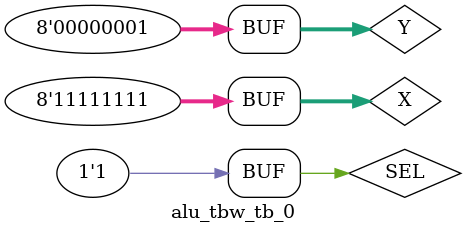
<source format=v>
`timescale 1ns / 1ps //1 time unit = 1ns; resolution is 1ps
module alu_tbw_tb_0;
// Inputs
 reg [7:0] X = 8'b00000000;
 reg [7:0] Y = 8'b00000000;
 reg SEL = 1'b0;
// Output
 wire [7:0] DATA_OUT;
 wire Cnext;
// Instantiate the UUT
 alu_sch UUT (
.DATA_OUT(DATA_OUT),
.X(X),
.SEL(SEL),
.Cnext(Cnext),
.Y(Y)
 );
// Initialize Inputs
initial begin
#100; //Current Time: 100ns
X = 8'b00010001;
Y = 8'b00010001;
#100; //Current Time: 200ns
SEL = 1'b1;
#100 //Current Time: 300ns
X = 8'b10101010;
Y = 8'b01010101;
SEL = 1'b0;
#100 //Current Time: 400ns
SEL = 1'b1;
#100; //Current Time: 500ns
X = 8'b11111111;
Y = 8'b00000001;
SEL = 1'b0;
#100; //Current Time: 600ns
SEL = 1'b1;
end
endmodule

</source>
